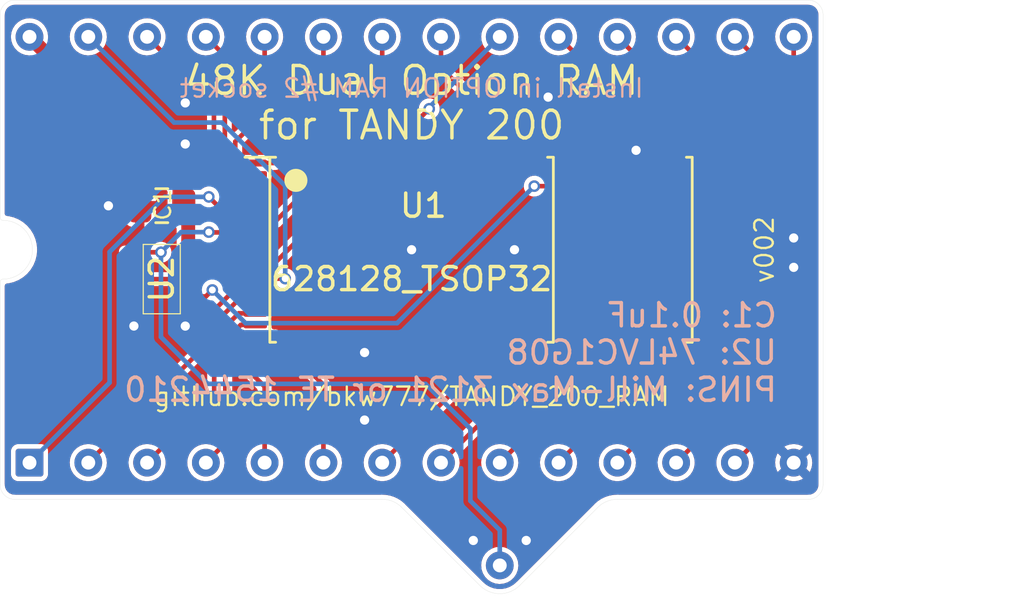
<source format=kicad_pcb>
(kicad_pcb (version 20211014) (generator pcbnew)
  (title_block (title "TANDY 200 Dual RAM (tsop)") (date "2022-09-17") (rev "002") (company "b.kenyon.w@gmail.com") (comment 1 "github.com/bkw777/TANDY_200_RAM"))
  (layers (0 "F.Cu" signal) (31 "B.Cu" signal) (34 "B.Paste" user) (35 "F.Paste" user) (36 "B.SilkS" user "B.Silkscreen") (37 "F.SilkS" user "F.Silkscreen") (38 "B.Mask" user) (39 "F.Mask" user) (44 "Edge.Cuts" user))
  (net 0 "")
  (net 1 "/D0")
  (net 2 "/D1")
  (net 3 "GND")
  (net 4 "/D2")
  (net 5 "/D3")
  (net 6 "VCC")
  (net 7 "/D4")
  (net 8 "/A11")
  (net 9 "/A12")
  (net 10 "/D5")
  (net 11 "/A7")
  (net 12 "/A6")
  (net 13 "/A5")
  (net 14 "/D6")
  (net 15 "/A4")
  (net 16 "/D7")
  (net 17 "/A3")
  (net 18 "/~{BANK6}")
  (net 19 "/A2")
  (net 20 "/A13")
  (net 21 "/A1")
  (net 22 "/A14")
  (net 23 "/A0")
  (net 24 "/A10")
  (net 25 "/~{BANK5}")
  (net 26 "/~{WE}")
  (net 27 "/A9")
  (net 28 "/A8")
  (net 29 "/RAM_RST")
  (net 30 "/~{CE}")
  (footprint "000_LOCAL:TSOP32-dual" (layer "F.Cu") (at 147.32 99.06 -90)
    (fp_text reference "U1" (at -1.905 -0.508) (layer "F.SilkS"))
    (fp_text value "628128_TSOP32" (at 1.27 0) (layer "F.SilkS"))
    (fp_line (start 4 6.125) (end 4 5.875) (layer "F.SilkS") (width 0.12))
    (fp_line (start 4 -6.125) (end -4 -6.125) (layer "F.SilkS") (width 0.12))
    (fp_line (start -4 -6.125) (end -4 -5.875) (layer "F.SilkS") (width 0.12))
    (fp_line (start 4 -12.125) (end 4 -11.875) (layer "F.SilkS") (width 0.12))
    (fp_line (start 4 -6.125) (end 4 -5.875) (layer "F.SilkS") (width 0.12))
    (fp_line (start -4 7.2) (end -4 5.875) (layer "F.SilkS") (width 0.12))
    (fp_line (start -4 -12.125) (end -4 -11.875) (layer "F.SilkS") (width 0.12))
    (fp_line (start 4 -12.125) (end -4 -12.125) (layer "F.SilkS") (width 0.12))
    (fp_line (start -4 6.125) (end 4 6.125) (layer "F.SilkS") (width 0.12))
    (fp_circle (center -3 5) (end -2.75 5) (layer "F.SilkS") (width 0.5) (fill none))
    (pad "1" smd roundrect (at -3.75 6.75 270) (size 0.3 1) (layers "F.Cu" "F.Paste" "F.Mask") (net 8 "/A11"))
    (pad "2" smd roundrect (at -3.25 6.75 270) (size 0.3 1) (layers "F.Cu" "F.Paste" "F.Mask") (net 27 "/A9"))
    (pad "3" smd roundrect (at -2.75 6.75 270) (size 0.3 1) (layers "F.Cu" "F.Paste" "F.Mask") (net 28 "/A8"))
    (pad "4" smd roundrect (at -2.25 6.75 270) (size 0.3 1) (layers "F.Cu" "F.Paste" "F.Mask") (net 20 "/A13"))
    (pad "5" smd roundrect (at -1.75 6.75 270) (size 0.3 1) (layers "F.Cu" "F.Paste" "F.Mask") (net 26 "/~{WE}"))
    (pad "6" smd roundrect (at -1.25 6.75 270) (size 0.3 1) (layers "F.Cu" "F.Paste" "F.Mask") (net 29 "/RAM_RST"))
    (pad "7" smd roundrect (at -0.75 6.75 270) (size 0.3 1) (layers "F.Cu" "F.Paste" "F.Mask") (net 25 "/~{BANK5}"))
    (pad "8" smd roundrect (at -0.25 6.75 270) (size 0.3 1) (layers "F.Cu" "F.Paste" "F.Mask") (net 6 "VCC"))
    (pad "9" smd roundrect (at 0.25 6.75 270) (size 0.3 1) (layers "F.Cu" "F.Paste" "F.Mask"))
    (pad "10" smd roundrect (at 0.75 6.75 270) (size 0.3 1) (layers "F.Cu" "F.Paste" "F.Mask") (net 18 "/~{BANK6}"))
    (pad "11" smd roundrect (at 1.25 6.75 270) (size 0.3 1) (layers "F.Cu" "F.Paste" "F.Mask") (net 22 "/A14"))
    (pad "12" smd roundrect (at 1.75 6.75 270) (size 0.3 1) (layers "F.Cu" "F.Paste" "F.Mask") (net 9 "/A12"))
    (pad "13" smd roundrect (at 2.25 6.75 270) (size 0.3 1) (layers "F.Cu" "F.Paste" "F.Mask") (net 11 "/A7"))
    (pad "14" smd roundrect (at 2.75 6.75 270) (size 0.3 1) (layers "F.Cu" "F.Paste" "F.Mask") (net 12 "/A6"))
    (pad "15" smd roundrect (at 3.25 6.75 270) (size 0.3 1) (layers "F.Cu" "F.Paste" "F.Mask") (net 13 "/A5"))
    (pad "16" smd roundrect (at 3.75 6.75 270) (size 0.3 1) (layers "F.Cu" "F.Paste" "F.Mask") (net 15 "/A4"))
    (pad "17" smd roundrect (at 3.75 -12.75 270) (size 0.3 1) (layers "F.Cu" "F.Paste" "F.Mask") (net 17 "/A3"))
    (pad "17" smd roundrect (at 3.75 -6.75 270) (size 0.3 1) (layers "F.Cu" "F.Paste" "F.Mask") (net 17 "/A3"))
    (pad "18" smd roundrect (at 3.25 -6.75 270) (size 0.3 1) (layers "F.Cu" "F.Paste" "F.Mask") (net 19 "/A2"))
    (pad "18" smd roundrect (at 3.25 -12.75 270) (size 0.3 1) (layers "F.Cu" "F.Paste" "F.Mask") (net 19 "/A2"))
    (pad "19" smd roundrect (at 2.75 -12.75 270) (size 0.3 1) (layers "F.Cu" "F.Paste" "F.Mask") (net 21 "/A1"))
    (pad "19" smd roundrect (at 2.75 -6.75 270) (size 0.3 1) (layers "F.Cu" "F.Paste" "F.Mask") (net 21 "/A1"))
    (pad "20" smd roundrect (at 2.25 -6.75 270) (size 0.3 1) (layers "F.Cu" "F.Paste" "F.Mask") (net 23 "/A0"))
    (pad "20" smd roundrect (at 2.25 -12.75 270) (size 0.3 1) (layers "F.Cu" "F.Paste" "F.Mask") (net 23 "/A0"))
    (pad "21" smd roundrect (at 1.75 -6.75 270) (size 0.3 1) (layers "F.Cu" "F.Paste" "F.Mask") (net 1 "/D0"))
    (pad "21" smd roundrect (at 1.75 -12.75 270) (size 0.3 1) (layers "F.Cu" "F.Paste" "F.Mask") (net 1 "/D0"))
    (pad "22" smd roundrect (at 1.25 -6.75 270) (size 0.3 1) (layers "F.Cu" "F.Paste" "F.Mask") (net 2 "/D1"))
    (pad "22" smd roundrect (at 1.25 -12.75 270) (size 0.3 1) (layers "F.Cu" "F.Paste" "F.Mask") (net 2 "/D1"))
    (pad "23" smd roundrect (at 0.75 -6.75 270) (size 0.3 1) (layers "F.Cu" "F.Paste" "F.Mask") (net 4 "/D2"))
    (pad "23" smd roundrect (at 0.75 -12.75 270) (size 0.3 1) (layers "F.Cu" "F.Paste" "F.Mask") (net 4 "/D2"))
    (pad "24" smd roundrect (at 0.25 -6.75 270) (size 0.3 1) (layers "F.Cu" "F.Paste" "F.Mask") (net 3 "GND"))
    (pad "24" smd roundrect (at 0.25 -12.75 270) (size 0.3 1) (layers "F.Cu" "F.Paste" "F.Mask") (net 3 "GND"))
    (pad "25" smd roundrect (at -0.25 -6.75 270) (size 0.3 1) (layers "F.Cu" "F.Paste" "F.Mask") (net 5 "/D3"))
    (pad "25" smd roundrect (at -0.25 -12.75 270) (size 0.3 1) (layers "F.Cu" "F.Paste" "F.Mask") (net 5 "/D3"))
    (pad "26" smd roundrect (at -0.75 -12.75 270) (size 0.3 1) (layers "F.Cu" "F.Paste" "F.Mask") (net 7 "/D4"))
    (pad "26" smd roundrect (at -0.75 -6.75 270) (size 0.3 1) (layers "F.Cu" "F.Paste" "F.Mask") (net 7 "/D4"))
    (pad "27" smd roundrect (at -1.25 -12.75 270) (size 0.3 1) (layers "F.Cu" "F.Paste" "F.Mask") (net 10 "/D5"))
    (pad "27" smd roundrect (at -1.25 -6.75 270) (size 0.3 1) (layers "F.Cu" "F.Paste" "F.Mask") (net 10 "/D5"))
    (pad "28" smd roundrect (at -1.75 -12.75 270) (size 0.3 1) (layers "F.Cu" "F.Paste" "F.Mask") (net 14 "/D6"))
    (pad "28" smd roundrect (at -1.75 -6.75 270) (size 0.3 1) (layers "F.Cu" "F.Paste" "F.Mask") (net 14 "/D6"))
    (pad "29" smd roundrect (at -2.25 -12.75 270) (size 0.3 1) (layers "F.Cu" "F.Paste" "F.Mask") (net 16 "/D7"))
    (pad "29" smd roundrect (at -2.25 -6.75 270) (size 0.3 1) (layers "F.Cu" "F.Paste" "F.Mask") (net 16 "/D7"))
    (pad "30" smd roundrect (at -2.75 -6.75 270) (size 0.3 1) (layers "F.Cu" "F.Paste" "F.Mask") (net 30 "/~{CE}"))
    (pad "30" smd roundrect (at -2.75 -12.75 270) (size 0.3 1) (layers "F.Cu" "F.Paste" "F.Mask") (net 30 "/~{CE}"))
    (pad "31" smd roundrect (at -3.25 -6.75 270) (size 0.3 1) (layers "F.Cu" "F.Paste" "F.Mask") (net 24 "/A10"))
    (pad "31" smd roundrect (at -3.25 -12.75 270) (size 0.3 1) (layers "F.Cu" "F.Paste" "F.Mask") (net 24 "/A10"))
    (pad "32" smd roundrect (at -3.75 -6.75 270) (size 0.3 1) (layers "F.Cu" "F.Paste" "F.Mask") (net 3 "GND"))
    (pad "32" smd roundrect (at -3.75 -12.75 270) (size 0.3 1) (layers "F.Cu" "F.Paste" "F.Mask") (net 3 "GND"))
  )
  (footprint "000_LOCAL:Mill-Max 3121" (layer "F.Cu") (at 151.13 112.7125)
    (fp_text reference "J1" hide)
    (fp_text value "Conn_01x01_Male" hide)
    (pad "1" thru_hole circle (at 0 0) (size 1.2 1.2) (drill 0.6) (layers *.Cu *.Mask) (net 25 "/~{BANK5}"))
  )
  (footprint "000_LOCAL:C_0805" (layer "F.Cu") (at 136.525 97.155 180)
    (fp_text reference "C1" (at -0.043 0.04 90) (layer "F.SilkS") (effects (font (size 0.7 0.7) (thickness 0.1))))
    (fp_text value "0.1uF" hide)
    (fp_line (start -0.261252 -0.735) (end 0.261252 -0.735) (layer "F.SilkS") (width 0.12))
    (fp_line (start -0.261252 0.735) (end 0.261252 0.735) (layer "F.SilkS") (width 0.12))
    (pad "1" smd roundrect locked (at -0.95 0 180) (size 1 1.45) (layers "F.Cu" "F.Paste" "F.Mask") (net 6 "VCC"))
    (pad "2" smd roundrect locked (at 0.95 0 180) (size 1 1.45) (layers "F.Cu" "F.Paste" "F.Mask") (net 3 "GND"))
  )
  (footprint "000_LOCAL:KEL ICC05-028-360TP" (layer "F.Cu") (at 147.32 99.06 90)
    (fp_text reference "J2" hide)
    (fp_text value "TANDY_26-3688")
    (pad "1" thru_hole roundrect (at -9.2075 -16.51 90) (size 1.2 1.2) (drill 0.6) (layers *.Cu *.Mask) (roundrect_rratio 0.1) (net 26 "/~{WE}"))
    (pad "2" thru_hole circle (at -9.2075 -13.97 90) (size 1.2 1.2) (drill 0.6) (layers *.Cu *.Mask) (net 9 "/A12"))
    (pad "3" thru_hole circle (at -9.2075 -11.43 90) (size 1.2 1.2) (drill 0.6) (layers *.Cu *.Mask) (net 11 "/A7"))
    (pad "4" thru_hole circle (at -9.2075 -8.89 90) (size 1.2 1.2) (drill 0.6) (layers *.Cu *.Mask) (net 12 "/A6"))
    (pad "5" thru_hole circle (at -9.2075 -6.35 90) (size 1.2 1.2) (drill 0.6) (layers *.Cu *.Mask) (net 13 "/A5"))
    (pad "6" thru_hole circle (at -9.2075 -3.81 90) (size 1.2 1.2) (drill 0.6) (layers *.Cu *.Mask) (net 15 "/A4"))
    (pad "7" thru_hole circle (at -9.2075 -1.27 90) (size 1.2 1.2) (drill 0.6) (layers *.Cu *.Mask) (net 17 "/A3"))
    (pad "8" thru_hole circle (at -9.2075 1.27 90) (size 1.2 1.2) (drill 0.6) (layers *.Cu *.Mask) (net 19 "/A2"))
    (pad "9" thru_hole circle (at -9.2075 3.81 90) (size 1.2 1.2) (drill 0.6) (layers *.Cu *.Mask) (net 21 "/A1"))
    (pad "10" thru_hole circle (at -9.2075 6.35 90) (size 1.2 1.2) (drill 0.6) (layers *.Cu *.Mask) (net 23 "/A0"))
    (pad "11" thru_hole circle (at -9.2075 8.89 90) (size 1.2 1.2) (drill 0.6) (layers *.Cu *.Mask) (net 1 "/D0"))
    (pad "12" thru_hole circle (at -9.2075 11.43 90) (size 1.2 1.2) (drill 0.6) (layers *.Cu *.Mask) (net 2 "/D1"))
    (pad "13" thru_hole circle (at -9.2075 13.97 90) (size 1.2 1.2) (drill 0.6) (layers *.Cu *.Mask) (net 4 "/D2"))
    (pad "14" thru_hole circle (at -9.2075 16.51 90) (size 1.2 1.2) (drill 0.6) (layers *.Cu *.Mask) (net 3 "GND"))
    (pad "15" thru_hole circle (at 9.2075 16.51 90) (size 1.2 1.2) (drill 0.6) (layers *.Cu *.Mask) (net 5 "/D3"))
    (pad "16" thru_hole circle (at 9.2075 13.97 90) (size 1.2 1.2) (drill 0.6) (layers *.Cu *.Mask) (net 7 "/D4"))
    (pad "17" thru_hole circle (at 9.2075 11.43 90) (size 1.2 1.2) (drill 0.6) (layers *.Cu *.Mask) (net 10 "/D5"))
    (pad "18" thru_hole circle (at 9.2075 8.89 90) (size 1.2 1.2) (drill 0.6) (layers *.Cu *.Mask) (net 14 "/D6"))
    (pad "19" thru_hole circle (at 9.2075 6.35 90) (size 1.2 1.2) (drill 0.6) (layers *.Cu *.Mask) (net 16 "/D7"))
    (pad "20" thru_hole circle (at 9.2075 3.81 90) (size 1.2 1.2) (drill 0.6) (layers *.Cu *.Mask) (net 18 "/~{BANK6}"))
    (pad "21" thru_hole circle (at 9.2075 1.27 90) (size 1.2 1.2) (drill 0.6) (layers *.Cu *.Mask) (net 24 "/A10"))
    (pad "22" thru_hole circle (at 9.2075 -1.27 90) (size 1.2 1.2) (drill 0.6) (layers *.Cu *.Mask) (net 29 "/RAM_RST"))
    (pad "23" thru_hole circle (at 9.2075 -3.81 90) (size 1.2 1.2) (drill 0.6) (layers *.Cu *.Mask) (net 8 "/A11"))
    (pad "24" thru_hole circle (at 9.2075 -6.35 90) (size 1.2 1.2) (drill 0.6) (layers *.Cu *.Mask) (net 27 "/A9"))
    (pad "25" thru_hole circle (at 9.2075 -8.89 90) (size 1.2 1.2) (drill 0.6) (layers *.Cu *.Mask) (net 28 "/A8"))
    (pad "26" thru_hole circle (at 9.2075 -11.43 90) (size 1.2 1.2) (drill 0.6) (layers *.Cu *.Mask) (net 20 "/A13"))
    (pad "27" thru_hole circle (at 9.2075 -13.97 90) (size 1.2 1.2) (drill 0.6) (layers *.Cu *.Mask) (net 22 "/A14"))
    (pad "28" thru_hole circle (at 9.2075 -16.51 90) (size 1.2 1.2) (drill 0.6) (layers *.Cu *.Mask) (net 6 "VCC"))
  )
  (footprint "000_LOCAL:SOT-23-5" (layer "F.Cu") (at 136.525 100.33)
    (fp_text reference "U2" (at 0 0 90) (layer "F.SilkS"))
    (fp_text value "74LVC1G08" hide)
    (fp_line (start -0.8 -1.5) (end -0.8 1.5) (layer "F.SilkS") (width 0.0508))
    (fp_line (start 0.8 1.5) (end 0.8 -1.5) (layer "F.SilkS") (width 0.0508))
    (fp_line (start -0.8 1.5) (end 0.8 1.5) (layer "F.SilkS") (width 0.0508))
    (fp_line (start 0.8 -1.5) (end -0.8 -1.5) (layer "F.SilkS") (width 0.0508))
    (pad "1" smd roundrect (at -1.25 -0.95) (size 0.8 0.6) (layers "F.Cu" "F.Paste" "F.Mask") (roundrect_rratio 0.1) (net 25 "/~{BANK5}"))
    (pad "2" smd roundrect (at -1.25 0) (size 0.8 0.6) (layers "F.Cu" "F.Paste" "F.Mask") (roundrect_rratio 0.1) (net 18 "/~{BANK6}"))
    (pad "3" smd roundrect (at -1.25 0.95) (size 0.8 0.6) (layers "F.Cu" "F.Paste" "F.Mask") (roundrect_rratio 0.1) (net 3 "GND"))
    (pad "4" smd roundrect (at 1.25 0.95) (size 0.8 0.6) (layers "F.Cu" "F.Paste" "F.Mask") (roundrect_rratio 0.1) (net 30 "/~{CE}"))
    (pad "5" smd roundrect (at 1.25 -0.95) (size 0.8 0.6) (layers "F.Cu" "F.Paste" "F.Mask") (roundrect_rratio 0.1) (net 6 "VCC"))
  )
  (gr_line (start 151.993599 113.576099) (end 155.3718 110.197901) (layer "Edge.Cuts") (width 0.01))
  (gr_arc (start 129.54 100.457) (mid 129.577197 100.367197) (end 129.667 100.33) (layer "Edge.Cuts") (width 0.01))
  (gr_arc (start 151.993599 113.576099) (mid 151.13 113.933813) (end 150.266401 113.576099) (layer "Edge.Cuts") (width 0.01))
  (gr_arc (start 165.1 109.22) (mid 164.914013 109.669013) (end 164.465 109.855) (layer "Edge.Cuts") (width 0.01))
  (gr_arc (start 129.667 97.79) (mid 129.577197 97.752803) (end 129.54 97.663) (layer "Edge.Cuts") (width 0.01))
  (gr_line (start 129.54 100.457) (end 129.54 109.22) (layer "Edge.Cuts") (width 0.01))
  (gr_line (start 156.2354 109.855) (end 164.465 109.855) (layer "Edge.Cuts") (width 0.01))
  (gr_arc (start 129.667 97.79) (mid 130.937 99.06) (end 129.667 100.33) (layer "Edge.Cuts") (width 0.01))
  (gr_line (start 164.465 88.265) (end 130.175 88.265) (layer "Edge.Cuts") (width 0.01))
  (gr_line (start 165.1 109.22) (end 165.1 88.9) (layer "Edge.Cuts") (width 0.01))
  (gr_arc (start 155.3718 110.197901) (mid 155.768182 109.937245) (end 156.2354 109.855) (layer "Edge.Cuts") (width 0.01))
  (gr_arc (start 129.54 88.9) (mid 129.725987 88.450987) (end 130.175 88.265) (layer "Edge.Cuts") (width 0.01))
  (gr_line (start 129.54 97.663) (end 129.54 88.9) (layer "Edge.Cuts") (width 0.01))
  (gr_line (start 146.0246 109.855) (end 130.175 109.855) (layer "Edge.Cuts") (width 0.01))
  (gr_arc (start 164.465 88.265) (mid 164.914013 88.450987) (end 165.1 88.9) (layer "Edge.Cuts") (width 0.01))
  (gr_line (start 146.8882 110.197901) (end 150.266401 113.576099) (layer "Edge.Cuts") (width 0.01))
  (gr_arc (start 130.175 109.855) (mid 129.725987 109.669013) (end 129.54 109.22) (layer "Edge.Cuts") (width 0.01))
  (gr_arc (start 146.0246 109.855) (mid 146.491818 109.937249) (end 146.8882 110.197901) (layer "Edge.Cuts") (width 0.01))
  (gr_text "C1: 0.1uF\nU2: 74LVC1G08\nPINS: Mill-Max 3121 or TE 1544210" (at 163.195 103.505) (layer "B.SilkS") (effects (font (size 1 1)) (justify left mirror)))
  (gr_text "Install in OPTION RAM #2 socket" (at 147.32 92.075) (layer "B.SilkS") (effects (font (size 0.8 0.8) (thickness 0.1)) (justify mirror)))
  (gr_text "${COMMENT1}" (at 147.32 105.41) (layer "F.SilkS") (effects (font (size 0.8 0.8) (thickness 0.1))))
  (gr_text "v${REVISION}" (at 162.56 99.06 90) (layer "F.SilkS") (effects (font (size 0.8 0.8) (thickness 0.1))))
  (gr_text "48K Dual Option RAM\nfor TANDY 200" (at 147.32 92.71) (layer "F.SilkS") (effects (font (size 1.2 1.2))))
  (segment (start 161.643 100.81) (end 162.56 101.727) (width 0.2) (layer "F.Cu") (net 1))
  (segment (start 154.07 100.81) (end 161.643 100.81) (width 0.2) (layer "F.Cu") (net 1))
  (segment (start 160.782 105.791) (end 158.6865 105.791) (width 0.2) (layer "F.Cu") (net 1))
  (segment (start 162.56 101.727) (end 162.56 104.013) (width 0.2) (layer "F.Cu") (net 1))
  (segment (start 162.56 104.013) (end 160.782 105.791) (width 0.2) (layer "F.Cu") (net 1))
  (segment (start 158.6865 105.791) (end 156.21 108.2675) (width 0.2) (layer "F.Cu") (net 1))
  (segment (start 163.068 104.267) (end 160.655 106.68) (width 0.2) (layer "F.Cu") (net 2))
  (segment (start 160.3375 106.68) (end 158.75 108.2675) (width 0.2) (layer "F.Cu") (net 2))
  (segment (start 163.068 101.473) (end 163.068 104.267) (width 0.2) (layer "F.Cu") (net 2))
  (segment (start 161.905 100.31) (end 163.068 101.473) (width 0.2) (layer "F.Cu") (net 2))
  (segment (start 154.07 100.31) (end 161.905 100.31) (width 0.2) (layer "F.Cu") (net 2))
  (segment (start 160.655 106.68) (end 160.3375 106.68) (width 0.2) (layer "F.Cu") (net 2))
  (via (at 163.83 99.822) (size 0.6) (drill 0.4) (layers "F.Cu" "B.Cu") (net 3))
  (via (at 137.541 92.71) (size 0.6) (drill 0.4) (layers "F.Cu" "B.Cu") (net 3))
  (via (at 153.22 92.46) (size 0.6) (drill 0.4) (layers "F.Cu" "B.Cu") (net 3))
  (via (at 135.32 102.36) (size 0.6) (drill 0.4) (layers "F.Cu" "B.Cu") (net 3))
  (via (at 145.288 106.426) (size 0.6) (drill 0.4) (layers "F.Cu" "B.Cu") (net 3))
  (via (at 137.541 102.362) (size 0.6) (drill 0.4) (layers "F.Cu" "B.Cu") (net 3))
  (via (at 157.02 94.76) (size 0.6) (drill 0.4) (layers "F.Cu" "B.Cu") (net 3))
  (via (at 163.83 98.552) (size 0.6) (drill 0.4) (layers "F.Cu" "B.Cu") (net 3))
  (via (at 134.22 97.16) (size 0.6) (drill 0.4) (layers "F.Cu" "B.Cu") (net 3))
  (via (at 145.288 103.505) (size 0.6) (drill 0.4) (layers "F.Cu" "B.Cu") (net 3))
  (via (at 152.273 111.633) (size 0.6) (drill 0.4) (layers "F.Cu" "B.Cu") (net 3))
  (via (at 151.765 99.06) (size 0.6) (drill 0.4) (layers "F.Cu" "B.Cu") (net 3))
  (via (at 137.541 94.488) (size 0.6) (drill 0.4) (layers "F.Cu" "B.Cu") (net 3))
  (via (at 149.987 111.633) (size 0.6) (drill 0.4) (layers "F.Cu" "B.Cu") (net 3))
  (via (at 147.32 99.06) (size 0.6) (drill 0.4) (layers "F.Cu" "B.Cu") (net 3))
  (segment (start 163.576 101.219) (end 163.576 105.9815) (width 0.2) (layer "F.Cu") (net 4))
  (segment (start 163.576 105.9815) (end 161.29 108.2675) (width 0.2) (layer "F.Cu") (net 4))
  (segment (start 162.167 99.81) (end 163.576 101.219) (width 0.2) (layer "F.Cu") (net 4))
  (segment (start 154.07 99.81) (end 162.167 99.81) (width 0.2) (layer "F.Cu") (net 4))
  (segment (start 163.83 96.901) (end 161.921 98.81) (width 0.2) (layer "F.Cu") (net 5))
  (segment (start 161.921 98.81) (end 154.07 98.81) (width 0.2) (layer "F.Cu") (net 5))
  (segment (start 163.83 89.8525) (end 163.83 96.901) (width 0.2) (layer "F.Cu") (net 5))
  (segment (start 137.29 96.97) (end 137.475 97.155) (width 0.6) (layer "F.Cu") (net 6))
  (segment (start 137.668 99.273) (end 137.668 97.348) (width 0.6) (layer "F.Cu") (net 6))
  (segment (start 137.775 99.38) (end 137.668 99.273) (width 0.6) (layer "F.Cu") (net 6))
  (segment (start 140.57 98.81) (end 139.6325 98.81) (width 0.3) (layer "F.Cu") (net 6))
  (segment (start 137.29 96.3325) (end 137.29 96.97) (width 0.6) (layer "F.Cu") (net 6))
  (segment (start 139.6325 98.81) (end 139.3825 99.06) (width 0.3) (layer "F.Cu") (net 6))
  (segment (start 137.775 99.06) (end 137.775 99.38) (width 0.3) (layer "F.Cu") (net 6))
  (segment (start 130.81 89.8525) (end 137.29 96.3325) (width 0.6) (layer "F.Cu") (net 6))
  (segment (start 137.668 97.348) (end 137.475 97.155) (width 0.6) (layer "F.Cu") (net 6))
  (segment (start 139.3825 99.06) (end 137.775 99.06) (width 0.3) (layer "F.Cu") (net 6))
  (segment (start 161.659 98.31) (end 162.56 97.409) (width 0.2) (layer "F.Cu") (net 7))
  (segment (start 162.56 91.1225) (end 161.29 89.8525) (width 0.2) (layer "F.Cu") (net 7))
  (segment (start 154.07 98.31) (end 161.659 98.31) (width 0.2) (layer "F.Cu") (net 7))
  (segment (start 162.56 97.409) (end 162.56 91.1225) (width 0.2) (layer "F.Cu") (net 7))
  (segment (start 140.57 95.31) (end 141.418 95.31) (width 0.2) (layer "F.Cu") (net 8))
  (segment (start 141.418 95.31) (end 143.51 93.218) (width 0.2) (layer "F.Cu") (net 8))
  (segment (start 143.51 93.218) (end 143.51 89.8525) (width 0.2) (layer "F.Cu") (net 8))
  (segment (start 138.35 103.2675) (end 133.35 108.2675) (width 0.2) (layer "F.Cu") (net 9))
  (segment (start 138.35 102.11) (end 138.35 103.2675) (width 0.2) (layer "F.Cu") (net 9))
  (segment (start 139.65 100.81) (end 138.35 102.11) (width 0.2) (layer "F.Cu") (net 9))
  (segment (start 140.57 100.81) (end 139.65 100.81) (width 0.2) (layer "F.Cu") (net 9))
  (segment (start 161.397 97.81) (end 162.052 97.155) (width 0.2) (layer "F.Cu") (net 10))
  (segment (start 162.052 93.1545) (end 158.75 89.8525) (width 0.2) (layer "F.Cu") (net 10))
  (segment (start 162.052 97.155) (end 162.052 93.1545) (width 0.2) (layer "F.Cu") (net 10))
  (segment (start 154.07 97.81) (end 161.397 97.81) (width 0.2) (layer "F.Cu") (net 10))
  (segment (start 138.79 102.27) (end 138.79 105.3675) (width 0.2) (layer "F.Cu") (net 11))
  (segment (start 138.79 105.3675) (end 135.89 108.2675) (width 0.2) (layer "F.Cu") (net 11))
  (segment (start 139.75 101.31) (end 138.79 102.27) (width 0.2) (layer "F.Cu") (net 11))
  (segment (start 140.57 101.31) (end 139.75 101.31) (width 0.2) (layer "F.Cu") (net 11))
  (segment (start 139.85 101.81) (end 139.27 102.39) (width 0.2) (layer "F.Cu") (net 12))
  (segment (start 139.27 107.4275) (end 138.43 108.2675) (width 0.2) (layer "F.Cu") (net 12))
  (segment (start 140.57 101.81) (end 139.85 101.81) (width 0.2) (layer "F.Cu") (net 12))
  (segment (start 139.27 102.39) (end 139.27 107.4275) (width 0.2) (layer "F.Cu") (net 12))
  (segment (start 140.97 104.9782) (end 139.7 103.7082) (width 0.2) (layer "F.Cu") (net 13))
  (segment (start 140.97 108.2675) (end 140.97 104.9782) (width 0.2) (layer "F.Cu") (net 13))
  (segment (start 139.7 102.55) (end 139.94 102.31) (width 0.2) (layer "F.Cu") (net 13))
  (segment (start 139.7 103.7082) (end 139.7 102.55) (width 0.2) (layer "F.Cu") (net 13))
  (segment (start 139.94 102.31) (end 140.57 102.31) (width 0.2) (layer "F.Cu") (net 13))
  (segment (start 161.135 97.31) (end 161.544 96.901) (width 0.2) (layer "F.Cu") (net 14))
  (segment (start 154.07 97.31) (end 161.135 97.31) (width 0.2) (layer "F.Cu") (net 14))
  (segment (start 159.3215 92.964) (end 156.21 89.8525) (width 0.2) (layer "F.Cu") (net 14))
  (segment (start 161.544 96.901) (end 161.544 94.615) (width 0.2) (layer "F.Cu") (net 14))
  (segment (start 159.893 92.964) (end 159.3215 92.964) (width 0.2) (layer "F.Cu") (net 14))
  (segment (start 161.544 94.615) (end 159.893 92.964) (width 0.2) (layer "F.Cu") (net 14))
  (segment (start 143.51 104.902) (end 143.51 108.2675) (width 0.2) (layer "F.Cu") (net 15))
  (segment (start 141.418 102.81) (end 143.51 104.902) (width 0.2) (layer "F.Cu") (net 15))
  (segment (start 140.57 102.81) (end 141.418 102.81) (width 0.2) (layer "F.Cu") (net 15))
  (segment (start 157.7975 93.98) (end 153.67 89.8525) (width 0.2) (layer "F.Cu") (net 16))
  (segment (start 161.036 94.869) (end 160.147 93.98) (width 0.2) (layer "F.Cu") (net 16))
  (segment (start 161.036 96.647) (end 161.036 94.869) (width 0.2) (layer "F.Cu") (net 16))
  (segment (start 154.07 96.81) (end 160.873 96.81) (width 0.2) (layer "F.Cu") (net 16))
  (segment (start 160.873 96.81) (end 161.036 96.647) (width 0.2) (layer "F.Cu") (net 16))
  (segment (start 160.147 93.98) (end 157.7975 93.98) (width 0.2) (layer "F.Cu") (net 16))
  (segment (start 154.07 102.81) (end 160.07 102.81) (width 0.2) (layer "F.Cu") (net 17))
  (segment (start 151.5075 102.81) (end 146.05 108.2675) (width 0.2) (layer "F.Cu") (net 17))
  (segment (start 154.07 102.81) (end 151.5075 102.81) (width 0.2) (layer "F.Cu") (net 17))
  (segment (start 138.69 99.81) (end 140.57 99.81) (width 0.2) (layer "F.Cu") (net 18))
  (segment (start 138.17 100.33) (end 138.69 99.81) (width 0.2) (layer "F.Cu") (net 18))
  (segment (start 148.082 92.964) (end 141.236 99.81) (width 0.2) (layer "F.Cu") (net 18))
  (segment (start 135.275 100.33) (end 138.17 100.33) (width 0.2) (layer "F.Cu") (net 18))
  (segment (start 141.236 99.81) (end 140.57 99.81) (width 0.2) (layer "F.Cu") (net 18))
  (via (at 148.082 92.964) (size 0.5) (drill 0.3) (layers "F.Cu" "B.Cu") (net 18))
  (segment (start 148.082 92.9005) (end 151.13 89.8525) (width 0.2) (layer "B.Cu") (net 18))
  (segment (start 148.082 92.964) (end 148.082 92.9005) (width 0.2) (layer "B.Cu") (net 18))
  (segment (start 154.07 102.31) (end 160.857 102.31) (width 0.2) (layer "F.Cu") (net 19))
  (segment (start 160.857 102.31) (end 161.036 102.489) (width 0.2) (layer "F.Cu") (net 19))
  (segment (start 161.036 103.251) (end 160.02 104.267) (width 0.2) (layer "F.Cu") (net 19))
  (segment (start 161.036 102.489) (end 161.036 103.251) (width 0.2) (layer "F.Cu") (net 19))
  (segment (start 160.02 104.267) (end 152.5905 104.267) (width 0.2) (layer "F.Cu") (net 19))
  (segment (start 152.5905 104.267) (end 148.59 108.2675) (width 0.2) (layer "F.Cu") (net 19))
  (segment (start 138.78 95.97) (end 138.78 92.7425) (width 0.2) (layer "F.Cu") (net 20))
  (segment (start 139.62 96.81) (end 138.78 95.97) (width 0.2) (layer "F.Cu") (net 20))
  (segment (start 140.57 96.81) (end 139.62 96.81) (width 0.2) (layer "F.Cu") (net 20))
  (segment (start 138.78 92.7425) (end 135.89 89.8525) (width 0.2) (layer "F.Cu") (net 20))
  (segment (start 161.119 101.81) (end 161.544 102.235) (width 0.2) (layer "F.Cu") (net 21))
  (segment (start 161.544 102.235) (end 161.544 103.505) (width 0.2) (layer "F.Cu") (net 21))
  (segment (start 154.07 101.81) (end 161.119 101.81) (width 0.2) (layer "F.Cu") (net 21))
  (segment (start 160.274 104.775) (end 154.6225 104.775) (width 0.2) (layer "F.Cu") (net 21))
  (segment (start 154.6225 104.775) (end 151.13 108.2675) (width 0.2) (layer "F.Cu") (net 21))
  (segment (start 161.544 103.505) (end 160.274 104.775) (width 0.2) (layer "F.Cu") (net 21))
  (segment (start 140.57 100.31) (end 141.859 100.31) (width 0.2) (layer "F.Cu") (net 22))
  (via (at 141.859 100.31) (size 0.5) (drill 0.3) (layers "F.Cu" "B.Cu") (net 22))
  (segment (start 139.12 93.56) (end 137.0575 93.56) (width 0.2) (layer "B.Cu") (net 22))
  (segment (start 137.0575 93.56) (end 133.35 89.8525) (width 0.2) (layer "B.Cu") (net 22))
  (segment (start 141.859 100.31) (end 141.859 96.299) (width 0.2) (layer "B.Cu") (net 22))
  (segment (start 141.859 96.299) (end 139.12 93.56) (width 0.2) (layer "B.Cu") (net 22))
  (segment (start 156.6545 105.283) (end 153.67 108.2675) (width 0.2) (layer "F.Cu") (net 23))
  (segment (start 161.381 101.31) (end 162.052 101.981) (width 0.2) (layer "F.Cu") (net 23))
  (segment (start 154.07 101.31) (end 161.381 101.31) (width 0.2) (layer "F.Cu") (net 23))
  (segment (start 162.052 101.981) (end 162.052 103.759) (width 0.2) (layer "F.Cu") (net 23))
  (segment (start 162.052 103.759) (end 160.528 105.283) (width 0.2) (layer "F.Cu") (net 23))
  (segment (start 160.528 105.283) (end 156.6545 105.283) (width 0.2) (layer "F.Cu") (net 23))
  (segment (start 153.214 95.81) (end 148.59 91.186) (width 0.2) (layer "F.Cu") (net 24))
  (segment (start 154.07 95.81) (end 160.07 95.81) (width 0.2) (layer "F.Cu") (net 24))
  (segment (start 148.59 91.186) (end 148.59 89.8525) (width 0.2) (layer "F.Cu") (net 24))
  (segment (start 154.07 95.81) (end 153.214 95.81) (width 0.2) (layer "F.Cu") (net 24))
  (segment (start 138.557 98.298) (end 138.569 98.31) (width 0.2) (layer "F.Cu") (net 25))
  (segment (start 138.569 98.31) (end 140.57 98.31) (width 0.2) (layer "F.Cu") (net 25))
  (segment (start 135.485 99.17) (end 136.49 99.17) (width 0.2) (layer "F.Cu") (net 25))
  (segment (start 135.275 99.38) (end 135.485 99.17) (width 0.2) (layer "F.Cu") (net 25))
  (via (at 136.49 99.17) (size 0.5) (drill 0.3) (layers "F.Cu" "B.Cu") (net 25))
  (via (at 138.557 98.298) (size 0.5) (drill 0.3) (layers "F.Cu" "B.Cu") (net 25))
  (segment (start 138.515 104.86) (end 147.92 104.86) (width 0.2) (layer "B.Cu") (net 25))
  (segment (start 147.92 104.86) (end 149.86 106.8) (width 0.2) (layer "B.Cu") (net 25))
  (segment (start 138.557 98.298) (end 137.362 98.298) (width 0.2) (layer "B.Cu") (net 25))
  (segment (start 151.13 111.1885) (end 151.13 112.7125) (width 0.2) (layer "B.Cu") (net 25))
  (segment (start 136.49 99.17) (end 136.49 102.835) (width 0.2) (layer "B.Cu") (net 25))
  (segment (start 137.362 98.298) (end 136.49 99.17) (width 0.2) (layer "B.Cu") (net 25))
  (segment (start 149.86 109.9185) (end 151.13 111.1885) (width 0.2) (layer "B.Cu") (net 25))
  (segment (start 149.86 106.8) (end 149.86 109.9185) (width 0.2) (layer "B.Cu") (net 25))
  (segment (start 136.49 102.835) (end 138.515 104.86) (width 0.2) (layer "B.Cu") (net 25))
  (segment (start 139.093 97.31) (end 140.57 97.31) (width 0.2) (layer "F.Cu") (net 26))
  (segment (start 138.557 96.774) (end 139.093 97.31) (width 0.2) (layer "F.Cu") (net 26))
  (via (at 138.557 96.774) (size 0.5) (drill 0.3) (layers "F.Cu" "B.Cu") (net 26))
  (segment (start 136.652 96.774) (end 134.27 99.156) (width 0.2) (layer "B.Cu") (net 26))
  (segment (start 134.27 99.156) (end 134.27 104.8075) (width 0.2) (layer "B.Cu") (net 26))
  (segment (start 138.557 96.774) (end 136.652 96.774) (width 0.2) (layer "B.Cu") (net 26))
  (segment (start 134.27 104.8075) (end 130.81 108.2675) (width 0.2) (layer "B.Cu") (net 26))
  (segment (start 139.92 95.81) (end 139.7 95.59) (width 0.2) (layer "F.Cu") (net 27))
  (segment (start 139.7 95.59) (end 139.7 94.3864) (width 0.2) (layer "F.Cu") (net 27))
  (segment (start 140.57 95.81) (end 139.92 95.81) (width 0.2) (layer "F.Cu") (net 27))
  (segment (start 139.7 94.3864) (end 140.97 93.1164) (width 0.2) (layer "F.Cu") (net 27))
  (segment (start 140.97 93.1164) (end 140.97 89.8525) (width 0.2) (layer "F.Cu") (net 27))
  (segment (start 139.25 90.6725) (end 138.43 89.8525) (width 0.2) (layer "F.Cu") (net 28))
  (segment (start 140.57 96.31) (end 139.77 96.31) (width 0.2) (layer "F.Cu") (net 28))
  (segment (start 139.77 96.31) (end 139.25 95.79) (width 0.2) (layer "F.Cu") (net 28))
  (segment (start 139.25 95.79) (end 139.25 90.6725) (width 0.2) (layer "F.Cu") (net 28))
  (segment (start 141.458 97.81) (end 146.05 93.218) (width 0.2) (layer "F.Cu") (net 29))
  (segment (start 140.57 97.81) (end 141.458 97.81) (width 0.2) (layer "F.Cu") (net 29))
  (segment (start 146.05 93.218) (end 146.05 89.8525) (width 0.2) (layer "F.Cu") (net 29))
  (segment (start 137.975 101.08) (end 137.775 101.28) (width 0.2) (layer "F.Cu") (net 30))
  (segment (start 154.07 96.31) (end 160.07 96.31) (width 0.2) (layer "F.Cu") (net 30))
  (segment (start 138.43 101.08) (end 137.975 101.08) (width 0.2) (layer "F.Cu") (net 30))
  (segment (start 138.71 100.8) (end 138.43 101.08) (width 0.2) (layer "F.Cu") (net 30))
  (segment (start 154.07 96.31) (end 152.62 96.31) (width 0.2) (layer "F.Cu") (net 30))
  (via (at 152.62 96.31) (size 0.5) (drill 0.3) (layers "F.Cu" "B.Cu") (net 30))
  (via (at 138.71 100.8) (size 0.5) (drill 0.3) (layers "F.Cu" "B.Cu") (net 30))
  (segment (start 140.145 102.235) (end 146.695 102.235) (width 0.2) (layer "B.Cu") (net 30))
  (segment (start 138.71 100.8) (end 140.145 102.235) (width 0.2) (layer "B.Cu") (net 30))
  (segment (start 146.695 102.235) (end 152.62 96.31) (width 0.2) (layer "B.Cu") (net 30))
  (zone (net 3) (net_name "GND") (layer "F.Cu") (connect_pads (clearance 0.2)) (min_thickness 0.2) (fill yes (thermal_gap 0.2) (thermal_bridge_width 0.4) (smoothing fillet) (radius 0.1))
    (polygon (pts (xy 165.1 114.3) (xy 129.54 114.3) (xy 129.54 88.265) (xy 165.1 88.265)))
  )
  (zone (net 3) (net_name "GND") (layer "B.Cu") (connect_pads (clearance 0.2)) (min_thickness 0.2) (fill yes (thermal_gap 0.2) (thermal_bridge_width 0.4) (smoothing fillet) (radius 0.1))
    (polygon (pts (xy 165.1 114.3) (xy 129.54 114.3) (xy 129.54 88.265) (xy 165.1 88.265)))
  )
)
</source>
